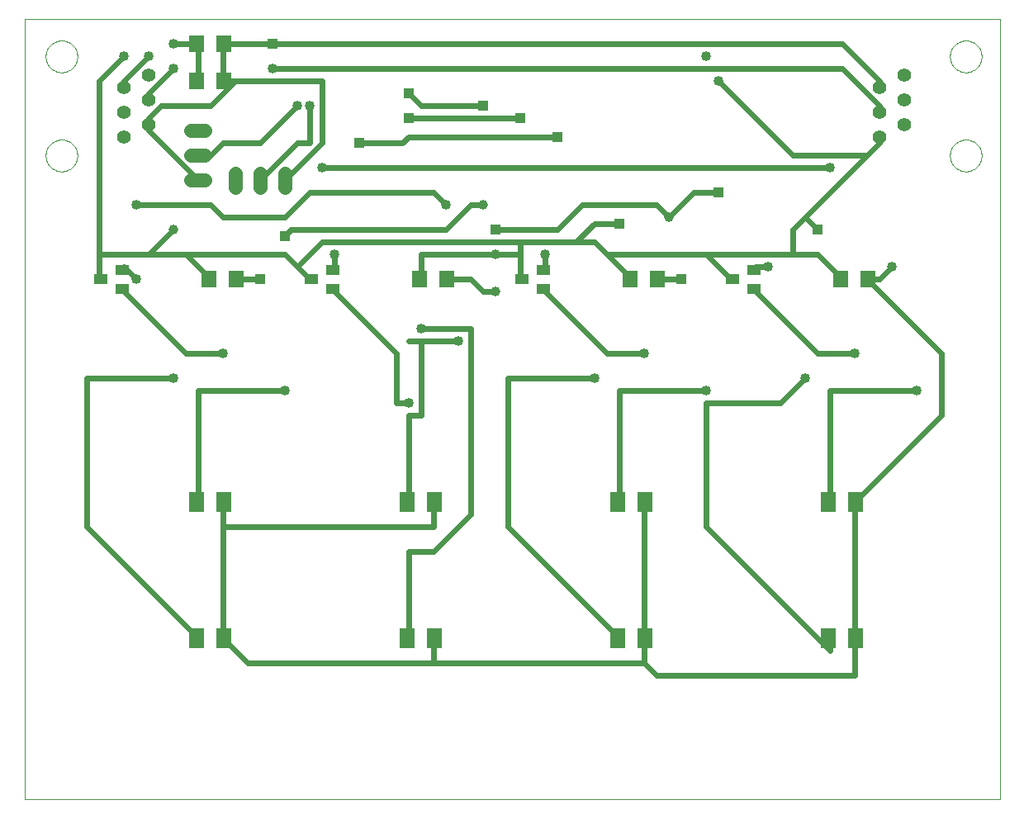
<source format=gbl>
G75*
%MOIN*%
%OFA0B0*%
%FSLAX24Y24*%
%IPPOS*%
%LPD*%
%AMOC8*
5,1,8,0,0,1.08239X$1,22.5*
%
%ADD10C,0.0000*%
%ADD11R,0.0630X0.0709*%
%ADD12R,0.0551X0.0394*%
%ADD13C,0.0554*%
%ADD14C,0.0560*%
%ADD15R,0.0630X0.0787*%
%ADD16C,0.0396*%
%ADD17C,0.0240*%
%ADD18R,0.0396X0.0396*%
%ADD19C,0.0400*%
D10*
X001704Y000220D02*
X001704Y031716D01*
X041074Y031716D01*
X041074Y000220D01*
X001704Y000220D01*
X002564Y026220D02*
X002566Y026270D01*
X002572Y026320D01*
X002582Y026369D01*
X002595Y026418D01*
X002613Y026465D01*
X002634Y026511D01*
X002658Y026554D01*
X002686Y026596D01*
X002717Y026636D01*
X002751Y026673D01*
X002788Y026707D01*
X002828Y026738D01*
X002870Y026766D01*
X002913Y026790D01*
X002959Y026811D01*
X003006Y026829D01*
X003055Y026842D01*
X003104Y026852D01*
X003154Y026858D01*
X003204Y026860D01*
X003254Y026858D01*
X003304Y026852D01*
X003353Y026842D01*
X003402Y026829D01*
X003449Y026811D01*
X003495Y026790D01*
X003538Y026766D01*
X003580Y026738D01*
X003620Y026707D01*
X003657Y026673D01*
X003691Y026636D01*
X003722Y026596D01*
X003750Y026554D01*
X003774Y026511D01*
X003795Y026465D01*
X003813Y026418D01*
X003826Y026369D01*
X003836Y026320D01*
X003842Y026270D01*
X003844Y026220D01*
X003842Y026170D01*
X003836Y026120D01*
X003826Y026071D01*
X003813Y026022D01*
X003795Y025975D01*
X003774Y025929D01*
X003750Y025886D01*
X003722Y025844D01*
X003691Y025804D01*
X003657Y025767D01*
X003620Y025733D01*
X003580Y025702D01*
X003538Y025674D01*
X003495Y025650D01*
X003449Y025629D01*
X003402Y025611D01*
X003353Y025598D01*
X003304Y025588D01*
X003254Y025582D01*
X003204Y025580D01*
X003154Y025582D01*
X003104Y025588D01*
X003055Y025598D01*
X003006Y025611D01*
X002959Y025629D01*
X002913Y025650D01*
X002870Y025674D01*
X002828Y025702D01*
X002788Y025733D01*
X002751Y025767D01*
X002717Y025804D01*
X002686Y025844D01*
X002658Y025886D01*
X002634Y025929D01*
X002613Y025975D01*
X002595Y026022D01*
X002582Y026071D01*
X002572Y026120D01*
X002566Y026170D01*
X002564Y026220D01*
X002564Y030220D02*
X002566Y030270D01*
X002572Y030320D01*
X002582Y030369D01*
X002595Y030418D01*
X002613Y030465D01*
X002634Y030511D01*
X002658Y030554D01*
X002686Y030596D01*
X002717Y030636D01*
X002751Y030673D01*
X002788Y030707D01*
X002828Y030738D01*
X002870Y030766D01*
X002913Y030790D01*
X002959Y030811D01*
X003006Y030829D01*
X003055Y030842D01*
X003104Y030852D01*
X003154Y030858D01*
X003204Y030860D01*
X003254Y030858D01*
X003304Y030852D01*
X003353Y030842D01*
X003402Y030829D01*
X003449Y030811D01*
X003495Y030790D01*
X003538Y030766D01*
X003580Y030738D01*
X003620Y030707D01*
X003657Y030673D01*
X003691Y030636D01*
X003722Y030596D01*
X003750Y030554D01*
X003774Y030511D01*
X003795Y030465D01*
X003813Y030418D01*
X003826Y030369D01*
X003836Y030320D01*
X003842Y030270D01*
X003844Y030220D01*
X003842Y030170D01*
X003836Y030120D01*
X003826Y030071D01*
X003813Y030022D01*
X003795Y029975D01*
X003774Y029929D01*
X003750Y029886D01*
X003722Y029844D01*
X003691Y029804D01*
X003657Y029767D01*
X003620Y029733D01*
X003580Y029702D01*
X003538Y029674D01*
X003495Y029650D01*
X003449Y029629D01*
X003402Y029611D01*
X003353Y029598D01*
X003304Y029588D01*
X003254Y029582D01*
X003204Y029580D01*
X003154Y029582D01*
X003104Y029588D01*
X003055Y029598D01*
X003006Y029611D01*
X002959Y029629D01*
X002913Y029650D01*
X002870Y029674D01*
X002828Y029702D01*
X002788Y029733D01*
X002751Y029767D01*
X002717Y029804D01*
X002686Y029844D01*
X002658Y029886D01*
X002634Y029929D01*
X002613Y029975D01*
X002595Y030022D01*
X002582Y030071D01*
X002572Y030120D01*
X002566Y030170D01*
X002564Y030220D01*
X039064Y030220D02*
X039066Y030270D01*
X039072Y030320D01*
X039082Y030369D01*
X039095Y030418D01*
X039113Y030465D01*
X039134Y030511D01*
X039158Y030554D01*
X039186Y030596D01*
X039217Y030636D01*
X039251Y030673D01*
X039288Y030707D01*
X039328Y030738D01*
X039370Y030766D01*
X039413Y030790D01*
X039459Y030811D01*
X039506Y030829D01*
X039555Y030842D01*
X039604Y030852D01*
X039654Y030858D01*
X039704Y030860D01*
X039754Y030858D01*
X039804Y030852D01*
X039853Y030842D01*
X039902Y030829D01*
X039949Y030811D01*
X039995Y030790D01*
X040038Y030766D01*
X040080Y030738D01*
X040120Y030707D01*
X040157Y030673D01*
X040191Y030636D01*
X040222Y030596D01*
X040250Y030554D01*
X040274Y030511D01*
X040295Y030465D01*
X040313Y030418D01*
X040326Y030369D01*
X040336Y030320D01*
X040342Y030270D01*
X040344Y030220D01*
X040342Y030170D01*
X040336Y030120D01*
X040326Y030071D01*
X040313Y030022D01*
X040295Y029975D01*
X040274Y029929D01*
X040250Y029886D01*
X040222Y029844D01*
X040191Y029804D01*
X040157Y029767D01*
X040120Y029733D01*
X040080Y029702D01*
X040038Y029674D01*
X039995Y029650D01*
X039949Y029629D01*
X039902Y029611D01*
X039853Y029598D01*
X039804Y029588D01*
X039754Y029582D01*
X039704Y029580D01*
X039654Y029582D01*
X039604Y029588D01*
X039555Y029598D01*
X039506Y029611D01*
X039459Y029629D01*
X039413Y029650D01*
X039370Y029674D01*
X039328Y029702D01*
X039288Y029733D01*
X039251Y029767D01*
X039217Y029804D01*
X039186Y029844D01*
X039158Y029886D01*
X039134Y029929D01*
X039113Y029975D01*
X039095Y030022D01*
X039082Y030071D01*
X039072Y030120D01*
X039066Y030170D01*
X039064Y030220D01*
X039064Y026220D02*
X039066Y026270D01*
X039072Y026320D01*
X039082Y026369D01*
X039095Y026418D01*
X039113Y026465D01*
X039134Y026511D01*
X039158Y026554D01*
X039186Y026596D01*
X039217Y026636D01*
X039251Y026673D01*
X039288Y026707D01*
X039328Y026738D01*
X039370Y026766D01*
X039413Y026790D01*
X039459Y026811D01*
X039506Y026829D01*
X039555Y026842D01*
X039604Y026852D01*
X039654Y026858D01*
X039704Y026860D01*
X039754Y026858D01*
X039804Y026852D01*
X039853Y026842D01*
X039902Y026829D01*
X039949Y026811D01*
X039995Y026790D01*
X040038Y026766D01*
X040080Y026738D01*
X040120Y026707D01*
X040157Y026673D01*
X040191Y026636D01*
X040222Y026596D01*
X040250Y026554D01*
X040274Y026511D01*
X040295Y026465D01*
X040313Y026418D01*
X040326Y026369D01*
X040336Y026320D01*
X040342Y026270D01*
X040344Y026220D01*
X040342Y026170D01*
X040336Y026120D01*
X040326Y026071D01*
X040313Y026022D01*
X040295Y025975D01*
X040274Y025929D01*
X040250Y025886D01*
X040222Y025844D01*
X040191Y025804D01*
X040157Y025767D01*
X040120Y025733D01*
X040080Y025702D01*
X040038Y025674D01*
X039995Y025650D01*
X039949Y025629D01*
X039902Y025611D01*
X039853Y025598D01*
X039804Y025588D01*
X039754Y025582D01*
X039704Y025580D01*
X039654Y025582D01*
X039604Y025588D01*
X039555Y025598D01*
X039506Y025611D01*
X039459Y025629D01*
X039413Y025650D01*
X039370Y025674D01*
X039328Y025702D01*
X039288Y025733D01*
X039251Y025767D01*
X039217Y025804D01*
X039186Y025844D01*
X039158Y025886D01*
X039134Y025929D01*
X039113Y025975D01*
X039095Y026022D01*
X039082Y026071D01*
X039072Y026120D01*
X039066Y026170D01*
X039064Y026220D01*
D11*
X035755Y021220D03*
X034653Y021220D03*
X027255Y021220D03*
X026153Y021220D03*
X018755Y021220D03*
X017653Y021220D03*
X010255Y021220D03*
X009153Y021220D03*
X008653Y029220D03*
X009755Y029220D03*
X009755Y030720D03*
X008653Y030720D03*
D12*
X005637Y021594D03*
X005637Y020846D03*
X004771Y021220D03*
X013271Y021220D03*
X014137Y020846D03*
X014137Y021594D03*
X021771Y021220D03*
X022637Y020846D03*
X022637Y021594D03*
X030271Y021220D03*
X031137Y020846D03*
X031137Y021594D03*
D13*
X036204Y026970D03*
X037204Y027470D03*
X036204Y027970D03*
X037204Y028470D03*
X036204Y028970D03*
X037204Y029470D03*
X006704Y029470D03*
X005704Y028970D03*
X006704Y028470D03*
X005704Y027970D03*
X006704Y027470D03*
X005704Y026970D03*
D14*
X008424Y027220D02*
X008984Y027220D01*
X008984Y026220D02*
X008424Y026220D01*
X008424Y025220D02*
X008984Y025220D01*
X010204Y025500D02*
X010204Y024940D01*
X011204Y024940D02*
X011204Y025500D01*
X012204Y025500D02*
X012204Y024940D01*
D15*
X009755Y012220D03*
X008653Y012220D03*
X008653Y006720D03*
X009755Y006720D03*
X017153Y006720D03*
X018255Y006720D03*
X025653Y006720D03*
X026755Y006720D03*
X034153Y006720D03*
X035255Y006720D03*
X035255Y012220D03*
X034153Y012220D03*
X026755Y012220D03*
X025653Y012220D03*
X018255Y012220D03*
X017153Y012220D03*
D16*
X020704Y020720D03*
X020704Y022220D03*
X020204Y024220D03*
X027704Y023720D03*
X007704Y023220D03*
D17*
X006704Y022220D01*
X004704Y022220D01*
X004704Y029220D01*
X005704Y030220D01*
X005704Y029220D02*
X006704Y030220D01*
X007704Y029720D02*
X006704Y028720D01*
X006704Y028470D01*
X007204Y028220D02*
X009204Y028220D01*
X010204Y029220D01*
X013704Y029220D01*
X013704Y026720D01*
X012204Y025220D01*
X011204Y025220D02*
X012704Y026720D01*
X013204Y026720D01*
X013204Y028220D01*
X012704Y028220D02*
X011204Y026720D01*
X009704Y026720D01*
X009204Y026220D01*
X008704Y026220D01*
X008704Y025220D02*
X006704Y027220D01*
X006704Y027470D01*
X006704Y027720D01*
X007204Y028220D01*
X005704Y028970D02*
X005704Y029220D01*
X007704Y030720D02*
X008653Y030720D01*
X008704Y030720D01*
X008704Y029220D01*
X008653Y029220D01*
X009704Y029220D02*
X009755Y029220D01*
X010204Y029220D01*
X009704Y029220D02*
X009704Y030720D01*
X009755Y030720D01*
X011704Y030720D01*
X034704Y030720D01*
X036204Y029220D01*
X036204Y028970D01*
X036204Y028220D02*
X036204Y027970D01*
X036204Y028220D02*
X034704Y029720D01*
X011704Y029720D01*
X015204Y026720D02*
X016954Y026720D01*
X017204Y026970D01*
X023204Y026970D01*
X021704Y027720D02*
X017204Y027720D01*
X017704Y028220D02*
X020204Y028220D01*
X017704Y028220D02*
X017204Y028720D01*
X013704Y025720D02*
X034204Y025720D01*
X035704Y026220D02*
X032704Y026220D01*
X029704Y029220D01*
X029704Y024720D02*
X028704Y024720D01*
X027704Y023720D01*
X027204Y024220D01*
X024204Y024220D01*
X023204Y023220D01*
X020704Y023220D01*
X021704Y022720D02*
X013704Y022720D01*
X012704Y021720D01*
X013204Y021220D01*
X013271Y021220D01*
X012704Y021720D02*
X012204Y022220D01*
X008204Y022220D01*
X009204Y021220D01*
X009153Y021220D01*
X010204Y021220D02*
X010255Y021220D01*
X011204Y021220D01*
X012204Y022970D02*
X012454Y023220D01*
X018704Y023220D01*
X019704Y024220D01*
X020204Y024220D01*
X018704Y024220D02*
X018204Y024720D01*
X013204Y024720D01*
X012204Y023720D01*
X009704Y023720D01*
X009204Y024220D01*
X006204Y024220D01*
X006704Y022220D02*
X008204Y022220D01*
X006204Y021220D02*
X005704Y021720D01*
X005637Y021594D01*
X005637Y020846D02*
X005704Y020720D01*
X008204Y018220D01*
X009704Y018220D01*
X008704Y016720D02*
X008704Y012220D01*
X008653Y012220D01*
X009704Y012220D02*
X009755Y012220D01*
X009704Y012220D02*
X009704Y011220D01*
X018204Y011220D01*
X018204Y012220D01*
X018255Y012220D01*
X017204Y012220D02*
X017153Y012220D01*
X017204Y012220D02*
X017204Y015720D01*
X017704Y015720D01*
X017704Y018720D01*
X017204Y018720D01*
X017704Y018720D02*
X019204Y018720D01*
X019704Y019220D02*
X019704Y011720D01*
X018204Y010220D01*
X017204Y010220D01*
X017204Y006720D01*
X017153Y006720D01*
X018204Y006720D02*
X018204Y005720D01*
X026704Y005720D01*
X027204Y005220D01*
X035204Y005220D01*
X035204Y006220D01*
X035255Y006720D01*
X035204Y006220D02*
X035204Y012220D01*
X035255Y012220D01*
X035204Y012220D02*
X038704Y015720D01*
X038704Y018220D01*
X035704Y021220D01*
X035755Y021220D01*
X036204Y021220D01*
X036704Y021720D01*
X034704Y021220D02*
X034653Y021220D01*
X034704Y021220D02*
X033704Y022220D01*
X032704Y022220D01*
X032704Y023220D01*
X033204Y023720D01*
X035704Y026220D01*
X036204Y026720D01*
X036204Y026970D01*
X033204Y023720D02*
X033704Y023220D01*
X032704Y022220D02*
X029204Y022220D01*
X025204Y022220D01*
X024704Y022720D01*
X023954Y022720D01*
X024704Y023470D01*
X025704Y023470D01*
X025204Y022220D02*
X026204Y021220D01*
X026153Y021220D01*
X027204Y021220D02*
X027255Y021220D01*
X028204Y021220D01*
X029204Y022220D02*
X030204Y021220D01*
X030271Y021220D01*
X031137Y020846D02*
X031204Y020720D01*
X033704Y018220D01*
X035204Y018220D01*
X034204Y016720D02*
X034204Y012220D01*
X034153Y012220D01*
X029204Y011220D02*
X029204Y016220D01*
X032204Y016220D01*
X033204Y017220D01*
X034204Y016720D02*
X037704Y016720D01*
X031704Y021720D02*
X031204Y021720D01*
X031137Y021594D01*
X026704Y018220D02*
X025204Y018220D01*
X022704Y020720D01*
X022637Y020846D01*
X022637Y021594D02*
X022704Y021720D01*
X022704Y022220D01*
X021704Y022220D02*
X020704Y022220D01*
X017704Y022220D01*
X017704Y021220D01*
X017653Y021220D01*
X018704Y021220D02*
X018755Y021220D01*
X019704Y021220D01*
X020204Y020720D01*
X020704Y020720D01*
X021704Y021220D02*
X021771Y021220D01*
X021704Y021220D02*
X021704Y022220D01*
X021704Y022720D01*
X023954Y022720D01*
X019704Y019220D02*
X017704Y019220D01*
X016704Y018220D02*
X016704Y016220D01*
X017204Y016220D01*
X016704Y018220D02*
X014204Y020720D01*
X014137Y020846D01*
X014137Y021594D02*
X014204Y021720D01*
X014204Y022220D01*
X007704Y017220D02*
X004204Y017220D01*
X004204Y011220D01*
X008704Y006720D01*
X008653Y006720D01*
X009704Y006720D02*
X009755Y006720D01*
X009704Y006720D02*
X010704Y005720D01*
X018204Y005720D01*
X018204Y006720D02*
X018255Y006720D01*
X021204Y011220D02*
X021204Y017220D01*
X024704Y017220D01*
X025704Y016720D02*
X025704Y012220D01*
X025653Y012220D01*
X026704Y012220D02*
X026755Y012220D01*
X026704Y012220D02*
X026704Y006720D01*
X026755Y006720D01*
X026704Y006720D02*
X026704Y005720D01*
X025704Y006720D02*
X025653Y006720D01*
X025704Y006720D02*
X021204Y011220D01*
X025704Y016720D02*
X029204Y016720D01*
X029204Y011220D02*
X034204Y006220D01*
X034153Y006720D01*
X012204Y016720D02*
X008704Y016720D01*
X004771Y021220D02*
X004704Y021220D01*
X004704Y022220D01*
X009704Y011220D02*
X009704Y006720D01*
D18*
X011204Y021220D03*
X012204Y022970D03*
X015204Y026720D03*
X017204Y027720D03*
X017204Y028720D03*
X020204Y028220D03*
X021704Y027720D03*
X023204Y026970D03*
X025704Y023470D03*
X028204Y021220D03*
X029704Y024720D03*
X033704Y023220D03*
X020704Y023220D03*
X011704Y030720D03*
D19*
X011704Y029720D03*
X012704Y028220D03*
X013204Y028220D03*
X013704Y025720D03*
X014204Y022220D03*
X017704Y019220D03*
X019204Y018720D03*
X017204Y016220D03*
X012204Y016720D03*
X009704Y018220D03*
X007704Y017220D03*
X006204Y021220D03*
X006204Y024220D03*
X007704Y029720D03*
X006704Y030220D03*
X005704Y030220D03*
X007704Y030720D03*
X018704Y024220D03*
X022704Y022220D03*
X026704Y018220D03*
X024704Y017220D03*
X029204Y016720D03*
X033204Y017220D03*
X035204Y018220D03*
X037704Y016720D03*
X036704Y021720D03*
X031704Y021720D03*
X034204Y025720D03*
X029704Y029220D03*
X029204Y030220D03*
M02*

</source>
